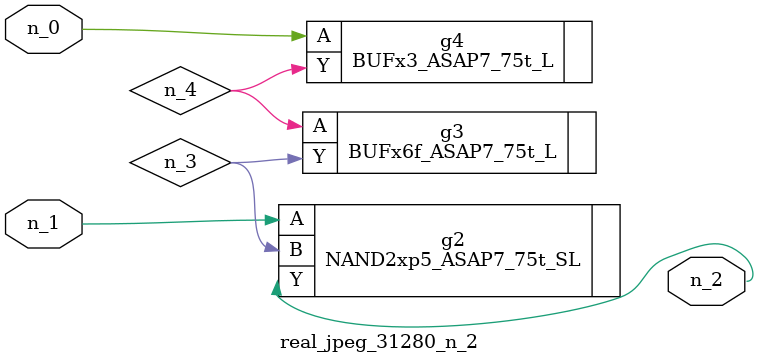
<source format=v>
module real_jpeg_31280_n_2 (n_1, n_0, n_2);

input n_1;
input n_0;

output n_2;

wire n_4;
wire n_3;

BUFx3_ASAP7_75t_L g4 ( 
.A(n_0),
.Y(n_4)
);

NAND2xp5_ASAP7_75t_SL g2 ( 
.A(n_1),
.B(n_3),
.Y(n_2)
);

BUFx6f_ASAP7_75t_L g3 ( 
.A(n_4),
.Y(n_3)
);


endmodule
</source>
